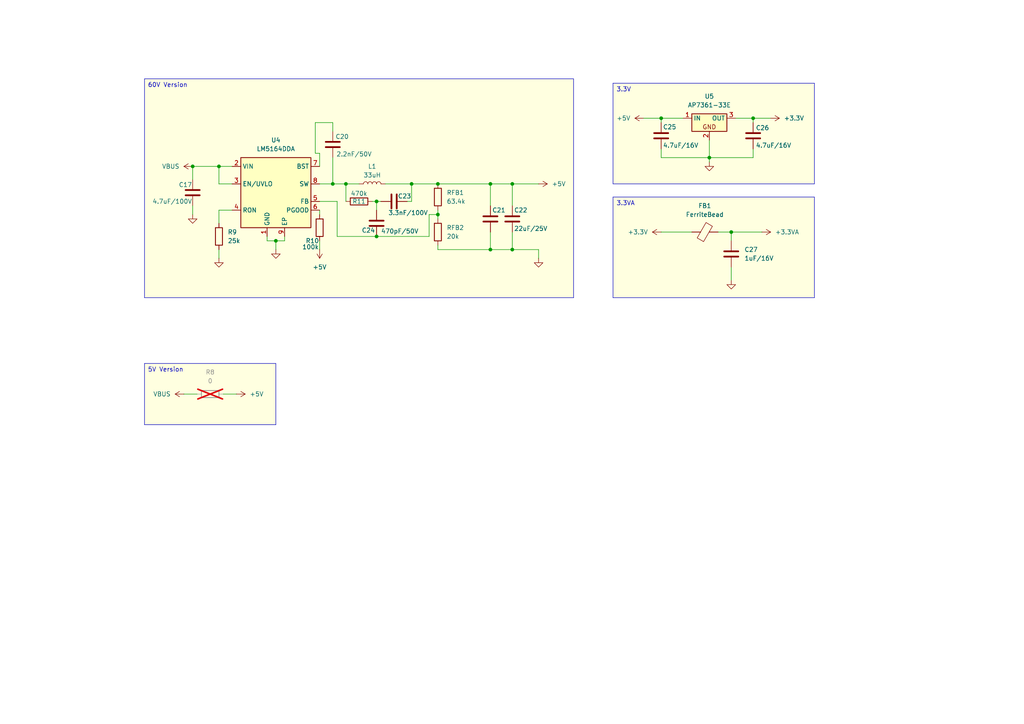
<source format=kicad_sch>
(kicad_sch (version 20250114) (generator "eeschema") (generator_version "9.0")
  (paper "A4")
  (lib_symbols
    (symbol "Device:C" (pin_numbers (hide yes)) (pin_names (offset 0.254))
      (property "Reference" "C" (at 0.635 2.54 0))
      (property "Value" "C" (at 0.635 -2.54 0))
      (symbol "C_0_1"
        (polyline (pts (xy -2.032 0.762) (xy 2.032 0.762)) (stroke (width 0.508)))
        (polyline (pts (xy -2.032 -0.762) (xy 2.032 -0.762)) (stroke (width 0.508)))
      )
      (symbol "C_1_1"
        (pin passive line (at 0 3.81 270) (length 2.794) (name "~") (number "1"))
        (pin passive line (at 0 -3.81 90) (length 2.794) (name "~") (number "2"))
      )
    )
    (symbol "Device:FerriteBead" (pin_numbers (hide yes)) (pin_names (offset 0))
      (property "Reference" "FB" (at -3.81 0.635 90))
      (property "Value" "FerriteBead" (at 3.81 0 90))
      (symbol "FerriteBead_0_1"
        (polyline (pts (xy -2.7686 0.4064) (xy -1.7018 2.2606) (xy 2.7686 -0.3048) (xy 1.6764 -2.159) (xy -2.7686 0.4064)))
        (polyline (pts (xy 0 1.27) (xy 0 1.2954)))
        (polyline (pts (xy 0 -1.27) (xy 0 -1.2192)))
      )
      (symbol "FerriteBead_1_1"
        (pin passive line (at 0 3.81 270) (length 2.54) (name "~") (number "1"))
        (pin passive line (at 0 -3.81 90) (length 2.54) (name "~") (number "2"))
      )
    )
    (symbol "Device:L" (pin_numbers (hide yes)) (pin_names (offset 1.016) (hide yes))
      (property "Reference" "L" (at -1.27 0 90))
      (property "Value" "L" (at 1.905 0 90))
      (symbol "L_0_1"
        (arc (start 0 2.54) (mid 0.6323 1.905) (end 0 1.27))
        (arc (start 0 1.27) (mid 0.6323 0.635) (end 0 0))
        (arc (start 0 0) (mid 0.6323 -0.635) (end 0 -1.27))
        (arc (start 0 -1.27) (mid 0.6323 -1.905) (end 0 -2.54))
      )
      (symbol "L_1_1"
        (pin passive line (at 0 3.81 270) (length 1.27) (name "1") (number "1"))
        (pin passive line (at 0 -3.81 90) (length 1.27) (name "2") (number "2"))
      )
    )
    (symbol "Device:R" (pin_numbers (hide yes)) (pin_names (offset 0))
      (property "Reference" "R" (at 2.032 0 90))
      (property "Value" "R" (at 0 0 90))
      (symbol "R_0_1"
        (rectangle (start -1.016 -2.54) (end 1.016 2.54) (stroke (width 0.254)))
      )
      (symbol "R_1_1"
        (pin passive line (at 0 3.81 270) (length 1.27) (name "~") (number "1"))
        (pin passive line (at 0 -3.81 90) (length 1.27) (name "~") (number "2"))
      )
    )
    (symbol "PCM_Voltage_Regulator_AKL:AP7361-33E"
      (property "Reference" "U" (at 0 6.35 0))
      (property "Value" "AP7361-33E" (at 0 3.81 0))
      (symbol "AP7361-33E_0_0"
        (rectangle (start -5.08 1.27) (end 5.08 -3.81) (stroke (width 0.254)) (fill (type background)))
        (text "GND" (at 0 -2.54 0) (effects (font (size 1.27 1.27))))
      )
      (symbol "AP7361-33E_1_1"
        (pin power_in line (at -7.62 0 0) (length 2.54) (name "IN") (number "1"))
        (pin power_in line (at 0 -6.35 90) (length 2.54) (name "~") (number "2"))
        (pin power_out line (at 7.62 0 180) (length 2.54) (name "OUT") (number "3"))
      )
    )
    (symbol "Regulator_Switching:LM5164DDA"
      (property "Reference" "U" (at -8.89 11.43 0))
      (property "Value" "LM5164DDA" (at 5.08 11.43 0))
      (symbol "LM5164DDA_1_1"
        (rectangle (start -10.16 10.16) (end 10.16 -10.16) (stroke (width 0.254)) (fill (type background)))
        (pin power_in line (at -12.7 7.62 0) (length 2.54) (name "VIN") (number "2"))
        (pin input line (at -12.7 2.54 0) (length 2.54) (name "EN/UVLO") (number "3"))
        (pin passive line (at -12.7 -5.08 0) (length 2.54) (name "RON") (number "4"))
        (pin power_in line (at -2.54 -12.7 90) (length 2.54) (name "GND") (number "1"))
        (pin passive line (at 2.54 -12.7 90) (length 2.54) (name "EP") (number "9"))
        (pin passive line (at 12.7 7.62 180) (length 2.54) (name "BST") (number "7"))
        (pin power_out line (at 12.7 2.54 180) (length 2.54) (name "SW") (number "8"))
        (pin input line (at 12.7 -2.54 180) (length 2.54) (name "FB") (number "5"))
        (pin open_collector line (at 12.7 -5.08 180) (length 2.54) (name "PGOOD") (number "6"))
      )
    )
    (symbol "power:+3.3V" (power) (pin_numbers (hide yes)) (pin_names (offset 0) (hide yes))
      (property "Value" "+3.3V" (at 0 3.556 0))
      (symbol "+3.3V_0_1"
        (polyline (pts (xy -0.762 1.27) (xy 0 2.54)))
        (polyline (pts (xy 0 2.54) (xy 0.762 1.27)))
        (polyline (pts (xy 0 0) (xy 0 2.54)))
      )
      (symbol "+3.3V_1_1"
        (pin power_in line (at 0 0 90) (length 0) (name "~") (number "1"))
      )
    )
    (symbol "power:+3.3VA" (power) (pin_numbers (hide yes)) (pin_names (offset 0) (hide yes))
      (property "Value" "+3.3VA" (at 0 3.556 0))
      (symbol "+3.3VA_0_1"
        (polyline (pts (xy -0.762 1.27) (xy 0 2.54)))
        (polyline (pts (xy 0 2.54) (xy 0.762 1.27)))
        (polyline (pts (xy 0 0) (xy 0 2.54)))
      )
      (symbol "+3.3VA_1_1"
        (pin power_in line (at 0 0 90) (length 0) (name "~") (number "1"))
      )
    )
    (symbol "power:+5V" (power) (pin_numbers (hide yes)) (pin_names (offset 0) (hide yes))
      (property "Value" "+5V" (at 0 3.556 0))
      (symbol "+5V_0_1"
        (polyline (pts (xy -0.762 1.27) (xy 0 2.54)))
        (polyline (pts (xy 0 2.54) (xy 0.762 1.27)))
        (polyline (pts (xy 0 0) (xy 0 2.54)))
      )
      (symbol "+5V_1_1"
        (pin power_in line (at 0 0 90) (length 0) (name "~") (number "1"))
      )
    )
    (symbol "power:GND" (power) (pin_numbers (hide yes)) (pin_names (offset 0) (hide yes))
      (property "Value" "GND" (at 0 -3.81 0))
      (symbol "GND_0_1"
        (polyline (pts (xy 0 0) (xy 0 -1.27) (xy 1.27 -1.27) (xy 0 -2.54) (xy -1.27 -1.27) (xy 0 -1.27)))
      )
      (symbol "GND_1_1"
        (pin power_in line (at 0 0 270) (length 0) (name "~") (number "1"))
      )
    )
    (symbol "power:VBUS" (power) (pin_numbers (hide yes)) (pin_names (offset 0) (hide yes))
      (property "Value" "VBUS" (at 0 3.556 0))
      (symbol "VBUS_0_1"
        (polyline (pts (xy -0.762 1.27) (xy 0 2.54)))
        (polyline (pts (xy 0 2.54) (xy 0.762 1.27)))
        (polyline (pts (xy 0 0) (xy 0 2.54)))
      )
      (symbol "VBUS_1_1"
        (pin power_in line (at 0 0 90) (length 0) (name "~") (number "1"))
      )
    )
  )
  (text_box "3.3VA" (at 177.8 57.15 0) (size 58.42 29.21) (margins 0.9525 0.9525 0.9525 0.9525) (fill (type color) (color 255 255 194 0.5)) (effects (font (size 1.27 1.27)) (justify left top)))
  (text_box "3.3V" (at 177.8 24.13 0) (size 58.42 29.21) (margins 0.9525 0.9525 0.9525 0.9525) (fill (type color) (color 255 255 194 0.5)) (effects (font (size 1.27 1.27)) (justify left top)))
  (text_box "5V Version" (at 41.91 105.41 0) (size 38.1 17.78) (margins 0.9525 0.9525 0.9525 0.9525) (fill (type color) (color 255 255 194 0.5)) (effects (font (size 1.27 1.27)) (justify left top)))
  (text_box "60V Version" (at 41.91 22.86 0) (size 124.46 63.5) (margins 0.9525 0.9525 0.9525 0.9525) (fill (type color) (color 255 255 194 0.5)) (effects (font (size 1.27 1.27)) (justify left top)))
  (junction (at 205.74 45.72))
  (junction (at 148.59 72.39))
  (junction (at 119.38 53.34))
  (junction (at 109.22 68.58))
  (junction (at 142.24 53.34))
  (junction (at 191.77 34.29))
  (junction (at 55.88 48.26))
  (junction (at 80.01 69.85))
  (junction (at 127 62.23))
  (junction (at 63.5 48.26))
  (junction (at 218.44 34.29))
  (junction (at 100.33 53.34))
  (junction (at 142.24 72.39))
  (junction (at 109.22 58.42))
  (junction (at 127 53.34))
  (junction (at 148.59 53.34))
  (junction (at 212.09 67.31))
  (junction (at 96.52 53.34))
  (wire (pts (xy 148.59 67.31) (xy 148.59 72.39)))
  (wire (pts (xy 91.44 35.56) (xy 96.52 35.56)))
  (wire (pts (xy 212.09 77.47) (xy 212.09 81.28)))
  (wire (pts (xy 63.5 60.96) (xy 63.5 64.77)))
  (wire (pts (xy 127 62.23) (xy 127 63.5)))
  (wire (pts (xy 156.21 72.39) (xy 148.59 72.39)))
  (wire (pts (xy 63.5 53.34) (xy 63.5 48.26)))
  (wire (pts (xy 82.55 68.58) (xy 82.55 69.85)))
  (wire (pts (xy 92.71 69.85) (xy 92.71 72.39)))
  (wire (pts (xy 55.88 59.69) (xy 55.88 62.23)))
  (wire (pts (xy 82.55 69.85) (xy 80.01 69.85)))
  (wire (pts (xy 55.88 48.26) (xy 55.88 52.07)))
  (wire (pts (xy 142.24 72.39) (xy 127 72.39)))
  (wire (pts (xy 100.33 53.34) (xy 100.33 58.42)))
  (wire (pts (xy 96.52 53.34) (xy 100.33 53.34)))
  (wire (pts (xy 92.71 60.96) (xy 92.71 62.23)))
  (wire (pts (xy 111.76 53.34) (xy 119.38 53.34)))
  (wire (pts (xy 97.79 58.42) (xy 92.71 58.42)))
  (wire (pts (xy 109.22 58.42) (xy 110.49 58.42)))
  (wire (pts (xy 118.11 58.42) (xy 119.38 58.42)))
  (wire (pts (xy 55.88 48.26) (xy 63.5 48.26)))
  (wire (pts (xy 218.44 43.18) (xy 218.44 45.72)))
  (wire (pts (xy 205.74 40.64) (xy 205.74 45.72)))
  (wire (pts (xy 67.31 60.96) (xy 63.5 60.96)))
  (wire (pts (xy 91.44 35.56) (xy 91.44 44.45)))
  (wire (pts (xy 208.28 67.31) (xy 212.09 67.31)))
  (wire (pts (xy 218.44 45.72) (xy 205.74 45.72)))
  (wire (pts (xy 77.47 69.85) (xy 77.47 68.58)))
  (wire (pts (xy 96.52 35.56) (xy 96.52 38.1)))
  (wire (pts (xy 142.24 53.34) (xy 127 53.34)))
  (wire (pts (xy 67.31 53.34) (xy 63.5 53.34)))
  (wire (pts (xy 91.44 44.45) (xy 92.71 44.45)))
  (wire (pts (xy 148.59 53.34) (xy 156.21 53.34)))
  (wire (pts (xy 148.59 53.34) (xy 142.24 53.34)))
  (wire (pts (xy 156.21 72.39) (xy 156.21 74.93)))
  (wire (pts (xy 97.79 58.42) (xy 97.79 68.58)))
  (wire (pts (xy 63.5 48.26) (xy 67.31 48.26)))
  (wire (pts (xy 96.52 45.72) (xy 96.52 53.34)))
  (wire (pts (xy 186.69 34.29) (xy 191.77 34.29)))
  (wire (pts (xy 212.09 67.31) (xy 220.98 67.31)))
  (wire (pts (xy 80.01 69.85) (xy 77.47 69.85)))
  (wire (pts (xy 124.46 68.58) (xy 124.46 62.23)))
  (wire (pts (xy 64.77 114.3) (xy 68.58 114.3)))
  (wire (pts (xy 119.38 58.42) (xy 119.38 53.34)))
  (wire (pts (xy 97.79 68.58) (xy 109.22 68.58)))
  (wire (pts (xy 148.59 72.39) (xy 142.24 72.39)))
  (wire (pts (xy 218.44 34.29) (xy 223.52 34.29)))
  (wire (pts (xy 142.24 67.31) (xy 142.24 72.39)))
  (wire (pts (xy 100.33 53.34) (xy 104.14 53.34)))
  (wire (pts (xy 63.5 72.39) (xy 63.5 74.93)))
  (wire (pts (xy 218.44 35.56) (xy 218.44 34.29)))
  (wire (pts (xy 109.22 68.58) (xy 124.46 68.58)))
  (wire (pts (xy 148.59 59.69) (xy 148.59 53.34)))
  (wire (pts (xy 53.34 114.3) (xy 57.15 114.3)))
  (wire (pts (xy 107.95 58.42) (xy 109.22 58.42)))
  (wire (pts (xy 191.77 34.29) (xy 191.77 35.56)))
  (wire (pts (xy 109.22 58.42) (xy 109.22 60.96)))
  (wire (pts (xy 191.77 34.29) (xy 198.12 34.29)))
  (wire (pts (xy 92.71 53.34) (xy 96.52 53.34)))
  (wire (pts (xy 124.46 62.23) (xy 127 62.23)))
  (wire (pts (xy 191.77 43.18) (xy 191.77 45.72)))
  (wire (pts (xy 92.71 44.45) (xy 92.71 48.26)))
  (wire (pts (xy 212.09 67.31) (xy 212.09 69.85)))
  (wire (pts (xy 119.38 53.34) (xy 127 53.34)))
  (wire (pts (xy 218.44 34.29) (xy 213.36 34.29)))
  (wire (pts (xy 80.01 69.85) (xy 80.01 72.39)))
  (wire (pts (xy 142.24 53.34) (xy 142.24 59.69)))
  (wire (pts (xy 127 71.12) (xy 127 72.39)))
  (wire (pts (xy 205.74 45.72) (xy 205.74 46.99)))
  (wire (pts (xy 191.77 45.72) (xy 205.74 45.72)))
  (wire (pts (xy 191.77 67.31) (xy 200.66 67.31)))
  (wire (pts (xy 127 60.96) (xy 127 62.23)))
  (symbol (lib_id "power:GND") (at 55.88 62.23 0) (unit 1)
    (property "Reference" "#PWR040" (effects (hide yes)))
    (property "Value" "GND" (effects (hide yes)))
    (property "Description" "Power symbol creates a global label with name \"GND\" , ground" (effects (hide yes)))
  )
  (symbol (lib_id "Device:FerriteBead") (at 204.47 67.31 90) (unit 1)
    (property "Reference" "FB1" (at 204.4192 59.69 90))
    (property "Value" "FerriteBead" (at 204.4192 62.23 90))
    (property "Description" "Ferrite bead" (effects (hide yes)))
  )
  (symbol (lib_id "power:+5V") (at 186.69 34.29 90) (unit 1)
    (property "Reference" "#PWR052" (effects (hide yes)))
    (property "Value" "+5V" (at 182.88 34.2899 90) (effects (justify left)))
    (property "Description" "Power symbol creates a global label with name \"+5V\"" (effects (hide yes)))
  )
  (symbol (lib_id "power:+5V") (at 156.21 53.34 270) (unit 1)
    (property "Reference" "#PWR050" (effects (hide yes)))
    (property "Value" "+5V" (at 160.02 53.3399 90) (effects (justify left)))
    (property "Description" "Power symbol creates a global label with name \"+5V\"" (effects (hide yes)))
  )
  (symbol (lib_id "PCM_Voltage_Regulator_AKL:AP7361-33E") (at 205.74 34.29 0) (unit 1)
    (property "Reference" "U5" (at 205.74 27.94 0))
    (property "Value" "AP7361-33E" (at 205.74 30.48 0))
    (property "Footprint" "PCM_Package_TO_SOT_SMD_AKL:SOT-223-3_TabPin2" (effects (hide yes)))
    (property "Datasheet" "https://www.diodes.com/assets/Datasheets/AP7361.pdf" (effects (hide yes)))
    (property "Description" "SOT-223 3.3V 1A low dropout voltage regulator with enable, Alternate KiCad Library" (effects (hide yes)))
  )
  (symbol (lib_id "Device:C") (at 109.22 64.77 0) (unit 1)
    (property "Reference" "C24" (at 104.902 66.802 0) (effects (justify left)))
    (property "Value" "470pF/50V" (at 110.49 67.056 0) (effects (justify left)))
    (property "Description" "Unpolarized capacitor" (effects (hide yes)))
  )
  (symbol (lib_id "Device:R") (at 127 57.15 0) (unit 1)
    (property "Reference" "RFB1" (at 129.54 55.8799 0) (effects (justify left)))
    (property "Value" "63.4k" (at 129.54 58.4199 0) (effects (justify left)))
    (property "Description" "Resistor" (effects (hide yes)))
  )
  (symbol (lib_id "Regulator_Switching:LM5164DDA") (at 80.01 55.88 0) (unit 1)
    (property "Reference" "U4" (at 80.01 40.64 0))
    (property "Value" "LM5164DDA" (at 80.01 43.18 0))
    (property "Footprint" "Package_SO:HSOP-8-1EP_3.9x4.9mm_P1.27mm_EP2.41x3.1mm_ThermalVias" (effects (hide yes)))
    (property "Datasheet" "https://www.lcsc.com/datasheet/C477928.pdf" (effects (hide yes)))
    (property "Description" "1A synchronous buck converter with ultra-low IQ, 6V - 100V input, adjustable output voltage, HSOP-8" (effects (hide yes)))
  )
  (symbol (lib_id "Device:R") (at 127 67.31 0) (unit 1)
    (property "Reference" "RFB2" (at 129.54 66.0399 0) (effects (justify left)))
    (property "Value" "20k" (at 129.54 68.5799 0) (effects (justify left)))
    (property "Description" "Resistor" (effects (hide yes)))
  )
  (symbol (lib_id "power:GND") (at 212.09 81.28 0) (unit 1)
    (property "Reference" "#PWR056" (effects (hide yes)))
    (property "Value" "GND" (effects (hide yes)))
    (property "Description" "Power symbol creates a global label with name \"GND\" , ground" (effects (hide yes)))
  )
  (symbol (lib_id "Device:C") (at 114.3 58.42 90) (unit 1)
    (property "Reference" "C23" (at 117.348 56.896 90))
    (property "Value" "3.3nF/100V" (at 118.364 61.722 90))
    (property "Description" "Unpolarized capacitor" (effects (hide yes)))
  )
  (symbol (lib_id "power:GND") (at 205.74 46.99 0) (unit 1)
    (property "Reference" "#PWR053" (effects (hide yes)))
    (property "Value" "GND" (effects (hide yes)))
    (property "Description" "Power symbol creates a global label with name \"GND\" , ground" (effects (hide yes)))
  )
  (symbol (lib_id "power:GND") (at 63.5 74.93 0) (unit 1)
    (property "Reference" "#PWR049" (effects (hide yes)))
    (property "Value" "GND" (effects (hide yes)))
    (property "Description" "Power symbol creates a global label with name \"GND\" , ground" (effects (hide yes)))
  )
  (symbol (lib_id "Device:C") (at 55.88 55.88 0) (unit 1)
    (property "Reference" "C17" (at 51.816 53.594 0) (effects (justify left)))
    (property "Value" "4.7uF/100V" (at 44.196 58.42 0) (effects (justify left)))
    (property "Description" "Unpolarized capacitor" (effects (hide yes)))
  )
  (symbol (lib_id "power:GND") (at 156.21 74.93 0) (unit 1)
    (property "Reference" "#PWR048" (effects (hide yes)))
    (property "Value" "GND" (effects (hide yes)))
    (property "Description" "Power symbol creates a global label with name \"GND\" , ground" (effects (hide yes)))
  )
  (symbol (lib_id "Device:C") (at 212.09 73.66 0) (unit 1)
    (property "Reference" "C27" (at 215.9 72.3899 0) (effects (justify left)))
    (property "Value" "1uF/16V" (at 215.9 74.9299 0) (effects (justify left)))
    (property "Description" "Unpolarized capacitor" (effects (hide yes)))
  )
  (symbol (lib_id "Device:C") (at 218.44 39.37 0) (unit 1)
    (property "Reference" "C26" (at 219.202 37.084 0) (effects (justify left)))
    (property "Value" "4.7uF/16V" (at 219.202 42.164 0) (effects (justify left)))
    (property "Description" "Unpolarized capacitor" (effects (hide yes)))
  )
  (symbol (lib_id "power:VBUS") (at 55.88 48.26 90) (unit 1)
    (property "Reference" "#PWR038" (effects (hide yes)))
    (property "Value" "VBUS" (at 52.07 48.2599 90) (effects (justify left)))
    (property "Description" "Power symbol creates a global label with name \"VBUS\"" (effects (hide yes)))
  )
  (symbol (lib_id "power:+3.3V") (at 223.52 34.29 270) (unit 1)
    (property "Reference" "#PWR054" (effects (hide yes)))
    (property "Value" "+3.3V" (at 227.33 34.2899 90) (effects (justify left)))
    (property "Description" "Power symbol creates a global label with name \"+3.3V\"" (effects (hide yes)))
  )
  (symbol (lib_id "Device:C") (at 191.77 39.37 0) (unit 1)
    (property "Reference" "C25" (at 192.278 36.83 0) (effects (justify left)))
    (property "Value" "4.7uF/16V" (at 192.278 42.164 0) (effects (justify left)))
    (property "Description" "Unpolarized capacitor" (effects (hide yes)))
  )
  (symbol (lib_id "Device:R") (at 60.96 114.3 90) (unit 1) (dnp yes)
    (property "Reference" "R8" (at 60.96 107.95 90))
    (property "Value" "0" (at 60.96 110.49 90))
    (property "Description" "Resistor" (effects (hide yes)))
  )
  (symbol (lib_id "power:+5V") (at 68.58 114.3 270) (unit 1)
    (property "Reference" "#PWR047" (effects (hide yes)))
    (property "Value" "+5V" (at 72.39 114.2999 90) (effects (justify left)))
    (property "Description" "Power symbol creates a global label with name \"+5V\"" (effects (hide yes)))
  )
  (symbol (lib_id "Device:R") (at 92.71 66.04 0) (unit 1)
    (property "Reference" "R10" (at 88.646 69.85 0) (effects (justify left)))
    (property "Value" "100k" (at 87.63 71.628 0) (effects (justify left)))
    (property "Description" "Resistor" (effects (hide yes)))
  )
  (symbol (lib_id "power:+5V") (at 92.71 72.39 180) (unit 1)
    (property "Reference" "#PWR051" (effects (hide yes)))
    (property "Value" "+5V" (at 92.71 77.47 0))
    (property "Description" "Power symbol creates a global label with name \"+5V\"" (effects (hide yes)))
  )
  (symbol (lib_id "power:+3.3VA") (at 220.98 67.31 270) (unit 1)
    (property "Reference" "#PWR057" (effects (hide yes)))
    (property "Value" "+3.3VA" (at 224.79 67.3099 90) (effects (justify left)))
    (property "Description" "Power symbol creates a global label with name \"+3.3VA\"" (effects (hide yes)))
  )
  (symbol (lib_id "power:VBUS") (at 53.34 114.3 90) (unit 1)
    (property "Reference" "#PWR045" (effects (hide yes)))
    (property "Value" "VBUS" (at 49.53 114.2999 90) (effects (justify left)))
    (property "Description" "Power symbol creates a global label with name \"VBUS\"" (effects (hide yes)))
  )
  (symbol (lib_id "Device:C") (at 142.24 63.5 0) (unit 1)
    (property "Reference" "C21" (at 142.748 60.96 0) (effects (justify left)))
    (property "Value" "22uF/25V" (effects (hide yes)))
    (property "Description" "Unpolarized capacitor" (effects (hide yes)))
  )
  (symbol (lib_id "power:GND") (at 80.01 72.39 0) (unit 1)
    (property "Reference" "#PWR046" (effects (hide yes)))
    (property "Value" "GND" (effects (hide yes)))
    (property "Description" "Power symbol creates a global label with name \"GND\" , ground" (effects (hide yes)))
  )
  (symbol (lib_id "Device:R") (at 63.5 68.58 0) (unit 1)
    (property "Reference" "R9" (at 66.04 67.3099 0) (effects (justify left)))
    (property "Value" "25k" (at 66.04 69.8499 0) (effects (justify left)))
    (property "Description" "Resistor" (effects (hide yes)))
  )
  (symbol (lib_id "power:+3.3V") (at 191.77 67.31 90) (unit 1)
    (property "Reference" "#PWR055" (effects (hide yes)))
    (property "Value" "+3.3V" (at 187.96 67.3099 90) (effects (justify left)))
    (property "Description" "Power symbol creates a global label with name \"+3.3V\"" (effects (hide yes)))
  )
  (symbol (lib_id "Device:R") (at 104.14 58.42 90) (unit 1)
    (property "Reference" "R11" (at 104.14 58.42 90))
    (property "Value" "470k" (at 104.14 56.134 90))
    (property "Description" "Resistor" (effects (hide yes)))
  )
  (symbol (lib_id "Device:C") (at 148.59 63.5 0) (unit 1)
    (property "Reference" "C22" (at 149.098 60.96 0) (effects (justify left)))
    (property "Value" "22uF/25V" (at 149.098 66.294 0) (effects (justify left)))
    (property "Description" "Unpolarized capacitor" (effects (hide yes)))
  )
  (symbol (lib_id "Device:L") (at 107.95 53.34 90) (unit 1)
    (property "Reference" "L1" (at 107.95 48.26 90))
    (property "Value" "33uH" (at 107.95 50.8 90))
    (property "Description" "Inductor" (effects (hide yes)))
  )
  (symbol (lib_id "Device:C") (at 96.52 41.91 0) (unit 1)
    (property "Reference" "C20" (at 97.282 39.624 0) (effects (justify left)))
    (property "Value" "2.2nF/50V" (at 97.536 44.704 0) (effects (justify left)))
    (property "Description" "Unpolarized capacitor" (effects (hide yes)))
  )
)
</source>
